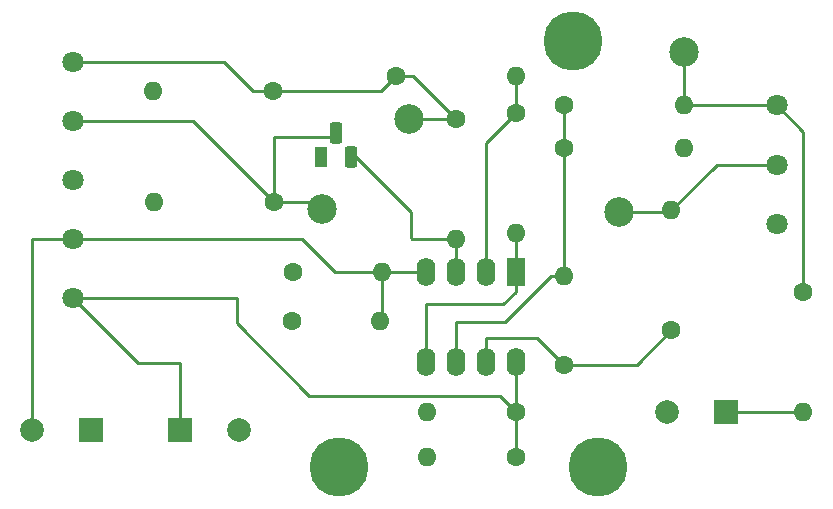
<source format=gbr>
%TF.GenerationSoftware,KiCad,Pcbnew,(6.0.0)*%
%TF.CreationDate,2022-02-02T10:45:07-05:00*%
%TF.ProjectId,PID_electronics,5049445f-656c-4656-9374-726f6e696373,rev?*%
%TF.SameCoordinates,Original*%
%TF.FileFunction,Copper,L1,Top*%
%TF.FilePolarity,Positive*%
%FSLAX46Y46*%
G04 Gerber Fmt 4.6, Leading zero omitted, Abs format (unit mm)*
G04 Created by KiCad (PCBNEW (6.0.0)) date 2022-02-02 10:45:07*
%MOMM*%
%LPD*%
G01*
G04 APERTURE LIST*
G04 Aperture macros list*
%AMRoundRect*
0 Rectangle with rounded corners*
0 $1 Rounding radius*
0 $2 $3 $4 $5 $6 $7 $8 $9 X,Y pos of 4 corners*
0 Add a 4 corners polygon primitive as box body*
4,1,4,$2,$3,$4,$5,$6,$7,$8,$9,$2,$3,0*
0 Add four circle primitives for the rounded corners*
1,1,$1+$1,$2,$3*
1,1,$1+$1,$4,$5*
1,1,$1+$1,$6,$7*
1,1,$1+$1,$8,$9*
0 Add four rect primitives between the rounded corners*
20,1,$1+$1,$2,$3,$4,$5,0*
20,1,$1+$1,$4,$5,$6,$7,0*
20,1,$1+$1,$6,$7,$8,$9,0*
20,1,$1+$1,$8,$9,$2,$3,0*%
G04 Aperture macros list end*
%TA.AperFunction,ComponentPad*%
%ADD10C,2.500000*%
%TD*%
%TA.AperFunction,ComponentPad*%
%ADD11C,5.000000*%
%TD*%
%TA.AperFunction,ComponentPad*%
%ADD12RoundRect,0.275000X-0.275000X-0.625000X0.275000X-0.625000X0.275000X0.625000X-0.275000X0.625000X0*%
%TD*%
%TA.AperFunction,ComponentPad*%
%ADD13R,1.100000X1.800000*%
%TD*%
%TA.AperFunction,ComponentPad*%
%ADD14C,1.600000*%
%TD*%
%TA.AperFunction,ComponentPad*%
%ADD15O,1.600000X1.600000*%
%TD*%
%TA.AperFunction,ComponentPad*%
%ADD16R,2.000000X2.000000*%
%TD*%
%TA.AperFunction,ComponentPad*%
%ADD17C,2.000000*%
%TD*%
%TA.AperFunction,ComponentPad*%
%ADD18C,1.803400*%
%TD*%
%TA.AperFunction,ComponentPad*%
%ADD19O,1.600000X2.400000*%
%TD*%
%TA.AperFunction,ComponentPad*%
%ADD20R,1.600000X2.400000*%
%TD*%
%TA.AperFunction,Conductor*%
%ADD21C,0.250000*%
%TD*%
G04 APERTURE END LIST*
D10*
%TO.P,REF\u002A\u002A,1*%
%TO.N,Net-(R1-Pad1)*%
X121767600Y-80975200D03*
%TD*%
%TO.P,REF\u002A\u002A,1*%
%TO.N,Net-(J2-Pad1)*%
X145034000Y-75361800D03*
%TD*%
%TO.P,REF\u002A\u002A,1*%
%TO.N,Net-(J2-Pad2)*%
X139522200Y-88900000D03*
%TD*%
%TO.P,REF\u002A\u002A,1*%
%TO.N,Net-(Q3-Pad2)*%
X114376200Y-88646000D03*
%TD*%
D11*
%TO.P,REF\u002A\u002A,*%
%TO.N,GNDREF*%
X135661400Y-74404000D03*
%TD*%
%TO.P,REF\u002A\u002A,*%
%TO.N,GNDREF*%
X137769600Y-110490000D03*
%TD*%
%TO.P,REF\u002A\u002A,*%
%TO.N,GNDREF*%
X115849400Y-110490000D03*
%TD*%
D12*
%TO.P,Q3,2,G*%
%TO.N,Net-(Q3-Pad2)*%
X115570000Y-82150000D03*
%TO.P,Q3,3,D*%
%TO.N,Net-(Q3-Pad3)*%
X116840000Y-84220000D03*
D13*
%TO.P,Q3,1,S*%
%TO.N,GNDREF*%
X114300000Y-84220000D03*
%TD*%
D14*
%TO.P,R10,1*%
%TO.N,Net-(J2-Pad1)*%
X155143200Y-95656400D03*
D15*
%TO.P,R10,2*%
%TO.N,Net-(R10-Pad2)*%
X155143200Y-105816400D03*
%TD*%
D14*
%TO.P,C1,1*%
%TO.N,Net-(C1-Pad1)*%
X134899400Y-101794000D03*
D15*
%TO.P,C1,2*%
%TO.N,Net-(C1-Pad2)*%
X134899400Y-94294000D03*
%TD*%
D16*
%TO.P,C5,1*%
%TO.N,+15V*%
X102331123Y-107340400D03*
D17*
%TO.P,C5,2*%
%TO.N,GNDREF*%
X107331123Y-107340400D03*
%TD*%
D18*
%TO.P,J2,1,Pin_1*%
%TO.N,Net-(J2-Pad1)*%
X152900000Y-79853500D03*
%TO.P,J2,2,Pin_2*%
%TO.N,Net-(J2-Pad2)*%
X152900000Y-84853500D03*
%TO.P,J2,3,Pin_3*%
%TO.N,GNDREF*%
X152900000Y-89853500D03*
%TD*%
D16*
%TO.P,C4,1*%
%TO.N,GNDREF*%
X94798277Y-107315000D03*
D17*
%TO.P,C4,2*%
%TO.N,-15V*%
X89798277Y-107315000D03*
%TD*%
D14*
%TO.P,C7,1*%
%TO.N,+15V*%
X130800800Y-109575600D03*
D15*
%TO.P,C7,2*%
%TO.N,GNDREF*%
X123300800Y-109575600D03*
%TD*%
D18*
%TO.P,J1,1,Pin_1*%
%TO.N,Net-(R1-Pad1)*%
X93337000Y-76148899D03*
%TO.P,J1,2,Pin_2*%
%TO.N,Net-(Q3-Pad2)*%
X93337000Y-81148899D03*
%TO.P,J1,3,Pin_3*%
%TO.N,GNDREF*%
X93337000Y-86148899D03*
%TO.P,J1,4,Pin_4*%
%TO.N,-15V*%
X93337000Y-91148900D03*
%TO.P,J1,5,Pin_5*%
%TO.N,+15V*%
X93337000Y-96148900D03*
%TD*%
D14*
%TO.P,R7,1*%
%TO.N,Net-(C1-Pad2)*%
X134874000Y-79806800D03*
D15*
%TO.P,R7,2*%
%TO.N,Net-(J2-Pad1)*%
X145034000Y-79806800D03*
%TD*%
D14*
%TO.P,C3,1*%
%TO.N,+15V*%
X130800800Y-105791000D03*
D15*
%TO.P,C3,2*%
%TO.N,GNDREF*%
X123300800Y-105791000D03*
%TD*%
D14*
%TO.P,R4,1*%
%TO.N,Net-(R1-Pad1)*%
X110210600Y-78587600D03*
D15*
%TO.P,R4,2*%
%TO.N,GNDREF*%
X100050600Y-78587600D03*
%TD*%
D14*
%TO.P,R8,1*%
%TO.N,Net-(C1-Pad2)*%
X134899400Y-83489800D03*
D15*
%TO.P,R8,2*%
%TO.N,GNDREF*%
X145059400Y-83489800D03*
%TD*%
D19*
%TO.P,U1,8,V+*%
%TO.N,+15V*%
X130800000Y-101605000D03*
%TO.P,U1,7*%
%TO.N,Net-(C1-Pad1)*%
X128260000Y-101605000D03*
%TO.P,U1,6,-*%
%TO.N,Net-(C1-Pad2)*%
X125720000Y-101605000D03*
%TO.P,U1,5,+*%
%TO.N,Net-(R2-Pad2)*%
X123180000Y-101605000D03*
%TO.P,U1,4,V-*%
%TO.N,-15V*%
X123180000Y-93985000D03*
%TO.P,U1,3,+*%
%TO.N,Net-(Q3-Pad3)*%
X125720000Y-93985000D03*
%TO.P,U1,2,-*%
%TO.N,Net-(R1-Pad2)*%
X128260000Y-93985000D03*
D20*
%TO.P,U1,1*%
%TO.N,Net-(R2-Pad2)*%
X130800000Y-93985000D03*
%TD*%
D14*
%TO.P,C8,1*%
%TO.N,GNDREF*%
X111820000Y-98094800D03*
D15*
%TO.P,C8,2*%
%TO.N,-15V*%
X119320000Y-98094800D03*
%TD*%
D14*
%TO.P,C2,1*%
%TO.N,GNDREF*%
X111921600Y-93954600D03*
D15*
%TO.P,C2,2*%
%TO.N,-15V*%
X119421600Y-93954600D03*
%TD*%
D14*
%TO.P,R9,1*%
%TO.N,Net-(Q3-Pad2)*%
X110312200Y-88036400D03*
D15*
%TO.P,R9,2*%
%TO.N,GNDREF*%
X100152200Y-88036400D03*
%TD*%
D14*
%TO.P,R3,1*%
%TO.N,Net-(R1-Pad1)*%
X125755400Y-81000600D03*
D15*
%TO.P,R3,2*%
%TO.N,Net-(Q3-Pad3)*%
X125755400Y-91160600D03*
%TD*%
D14*
%TO.P,R2,1*%
%TO.N,Net-(R1-Pad2)*%
X130784600Y-80467200D03*
D15*
%TO.P,R2,2*%
%TO.N,Net-(R2-Pad2)*%
X130784600Y-90627200D03*
%TD*%
D14*
%TO.P,R6,1*%
%TO.N,Net-(C1-Pad1)*%
X143941800Y-98882200D03*
D15*
%TO.P,R6,2*%
%TO.N,Net-(J2-Pad2)*%
X143941800Y-88722200D03*
%TD*%
D14*
%TO.P,R1,1*%
%TO.N,Net-(R1-Pad1)*%
X120624600Y-77368400D03*
D15*
%TO.P,R1,2*%
%TO.N,Net-(R1-Pad2)*%
X130784600Y-77368400D03*
%TD*%
D16*
%TO.P,C6,1*%
%TO.N,Net-(R10-Pad2)*%
X148620877Y-105791000D03*
D17*
%TO.P,C6,2*%
%TO.N,GNDREF*%
X143620877Y-105791000D03*
%TD*%
D21*
%TO.N,Net-(R1-Pad1)*%
X121767600Y-80975200D02*
X125730000Y-80975200D01*
X125730000Y-80975200D02*
X125755400Y-81000600D01*
%TO.N,Net-(J2-Pad1)*%
X145034000Y-75361800D02*
X145034000Y-79806800D01*
%TO.N,Net-(J2-Pad2)*%
X139522200Y-88900000D02*
X143764000Y-88900000D01*
X143764000Y-88900000D02*
X143941800Y-88722200D01*
%TO.N,Net-(Q3-Pad2)*%
X113766600Y-88036400D02*
X114376200Y-88646000D01*
X110312200Y-88036400D02*
X113766600Y-88036400D01*
%TO.N,Net-(Q3-Pad3)*%
X116840000Y-83820000D02*
X121920000Y-88900000D01*
%TO.N,Net-(Q3-Pad2)*%
X110312200Y-82550000D02*
X115570000Y-82550000D01*
X110312200Y-88036400D02*
X110312200Y-82550000D01*
%TO.N,Net-(C1-Pad1)*%
X128260000Y-99527200D02*
X128270000Y-99517200D01*
X128260000Y-101605000D02*
X128260000Y-99527200D01*
X132622600Y-99517200D02*
X134899400Y-101794000D01*
X128270000Y-99517200D02*
X132622600Y-99517200D01*
X141030000Y-101794000D02*
X143941800Y-98882200D01*
X134899400Y-101794000D02*
X141030000Y-101794000D01*
%TO.N,-15V*%
X89800700Y-91148900D02*
X93337000Y-91148900D01*
X115484600Y-93954600D02*
X123149600Y-93954600D01*
X112678900Y-91148900D02*
X115484600Y-93954600D01*
X119421600Y-97993200D02*
X119320000Y-98094800D01*
X89798277Y-91151323D02*
X89800700Y-91148900D01*
X93337000Y-91148900D02*
X112678900Y-91148900D01*
X123149600Y-93954600D02*
X123180000Y-93985000D01*
X119421600Y-93954600D02*
X119421600Y-97993200D01*
X89798277Y-107315000D02*
X89798277Y-91151323D01*
%TO.N,+15V*%
X129429200Y-104419400D02*
X130800800Y-105791000D01*
X107147100Y-96148900D02*
X93337000Y-96148900D01*
X107147100Y-96148900D02*
X107147100Y-98257100D01*
X102260400Y-101625400D02*
X102331123Y-101696123D01*
X130800800Y-105791000D02*
X130800800Y-109575600D01*
X130800000Y-101605000D02*
X130800000Y-105790200D01*
X107147100Y-98257100D02*
X113309400Y-104419400D01*
X130800000Y-105790200D02*
X130800800Y-105791000D01*
X98813500Y-101625400D02*
X102260400Y-101625400D01*
X93337000Y-96148900D02*
X98813500Y-101625400D01*
X113309400Y-104419400D02*
X129429200Y-104419400D01*
X102331123Y-101696123D02*
X102331123Y-107340400D01*
%TO.N,Net-(Q3-Pad3)*%
X121920000Y-91084400D02*
X121996200Y-91160600D01*
X125755400Y-91160600D02*
X125755400Y-93949600D01*
X121996200Y-91160600D02*
X125755400Y-91160600D01*
X125755400Y-93949600D02*
X125720000Y-93985000D01*
X121920000Y-88900000D02*
X121920000Y-91084400D01*
%TO.N,Net-(R1-Pad2)*%
X130784600Y-80467200D02*
X128260000Y-82991800D01*
X128260000Y-82991800D02*
X128260000Y-93985000D01*
X130784600Y-77368400D02*
X130784600Y-80467200D01*
%TO.N,Net-(R2-Pad2)*%
X130800000Y-93985000D02*
X130800000Y-95615600D01*
X130800000Y-95615600D02*
X129743200Y-96672400D01*
X130784600Y-93969600D02*
X130800000Y-93985000D01*
X129743200Y-96672400D02*
X123215400Y-96672400D01*
X130784600Y-90627200D02*
X130784600Y-93969600D01*
X123215400Y-96672400D02*
X123180000Y-96707800D01*
X123180000Y-96707800D02*
X123180000Y-101605000D01*
%TO.N,Net-(C1-Pad2)*%
X134874000Y-79806800D02*
X134874000Y-83464400D01*
X125704600Y-98221800D02*
X125720000Y-98237200D01*
X134874000Y-83464400D02*
X134899400Y-83489800D01*
X134899400Y-94294000D02*
X133768030Y-94294000D01*
X133768030Y-94294000D02*
X129840230Y-98221800D01*
X125720000Y-98237200D02*
X125720000Y-101605000D01*
X134899400Y-83489800D02*
X134899400Y-94294000D01*
X129840230Y-98221800D02*
X125704600Y-98221800D01*
%TO.N,Net-(J2-Pad1)*%
X145034000Y-79806800D02*
X152853300Y-79806800D01*
X155143200Y-95656400D02*
X155143200Y-82096700D01*
X152853300Y-79806800D02*
X152900000Y-79853500D01*
X155143200Y-82096700D02*
X152900000Y-79853500D01*
%TO.N,Net-(J2-Pad2)*%
X152900000Y-84853500D02*
X147810500Y-84853500D01*
X147810500Y-84853500D02*
X143764000Y-88900000D01*
%TO.N,Net-(R10-Pad2)*%
X155117800Y-105791000D02*
X155143200Y-105816400D01*
X148620877Y-105791000D02*
X155117800Y-105791000D01*
%TO.N,Net-(Q3-Pad2)*%
X103424699Y-81148899D02*
X110312200Y-88036400D01*
X93337000Y-81148899D02*
X103424699Y-81148899D01*
%TO.N,Net-(R1-Pad1)*%
X110210600Y-78587600D02*
X119405400Y-78587600D01*
X120624600Y-77368400D02*
X122123200Y-77368400D01*
X108559600Y-78587600D02*
X106120899Y-76148899D01*
X119405400Y-78587600D02*
X120624600Y-77368400D01*
X122123200Y-77368400D02*
X125755400Y-81000600D01*
X110210600Y-78587600D02*
X108559600Y-78587600D01*
X106120899Y-76148899D02*
X93337000Y-76148899D01*
%TD*%
M02*

</source>
